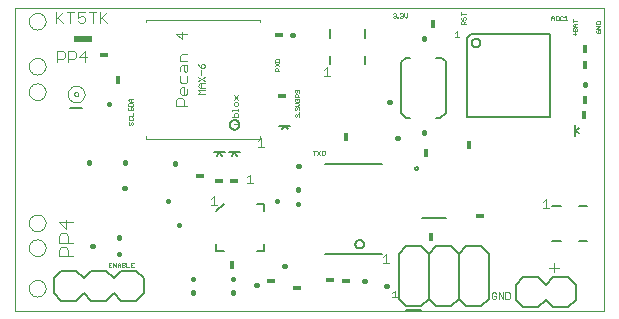
<source format=gto>
G75*
G70*
%OFA0B0*%
%FSLAX24Y24*%
%IPPOS*%
%LPD*%
%AMOC8*
5,1,8,0,0,1.08239X$1,22.5*
%
%ADD10C,0.0000*%
%ADD11C,0.0020*%
%ADD12C,0.0030*%
%ADD13C,0.0040*%
%ADD14C,0.0160*%
%ADD15C,0.0060*%
%ADD16C,0.0039*%
%ADD17C,0.0050*%
%ADD18R,0.0591X0.0236*%
%ADD19R,0.0160X0.0280*%
%ADD20C,0.0080*%
%ADD21R,0.0280X0.0160*%
%ADD22C,0.0010*%
D10*
X000260Y000270D02*
X000260Y010370D01*
X019910Y010370D01*
X019910Y000270D01*
X000260Y000270D01*
X000734Y001020D02*
X000736Y001053D01*
X000742Y001085D01*
X000751Y001116D01*
X000764Y001146D01*
X000781Y001174D01*
X000801Y001200D01*
X000824Y001224D01*
X000849Y001244D01*
X000877Y001262D01*
X000906Y001276D01*
X000937Y001286D01*
X000969Y001293D01*
X001002Y001296D01*
X001035Y001295D01*
X001067Y001290D01*
X001098Y001281D01*
X001129Y001269D01*
X001157Y001253D01*
X001184Y001234D01*
X001208Y001212D01*
X001229Y001187D01*
X001248Y001160D01*
X001263Y001131D01*
X001274Y001101D01*
X001282Y001069D01*
X001286Y001036D01*
X001286Y001004D01*
X001282Y000971D01*
X001274Y000939D01*
X001263Y000909D01*
X001248Y000880D01*
X001229Y000853D01*
X001208Y000828D01*
X001184Y000806D01*
X001157Y000787D01*
X001129Y000771D01*
X001098Y000759D01*
X001067Y000750D01*
X001035Y000745D01*
X001002Y000744D01*
X000969Y000747D01*
X000937Y000754D01*
X000906Y000764D01*
X000877Y000778D01*
X000849Y000796D01*
X000824Y000816D01*
X000801Y000840D01*
X000781Y000866D01*
X000764Y000894D01*
X000751Y000924D01*
X000742Y000955D01*
X000736Y000987D01*
X000734Y001020D01*
X000734Y002370D02*
X000736Y002403D01*
X000742Y002435D01*
X000751Y002466D01*
X000764Y002496D01*
X000781Y002524D01*
X000801Y002550D01*
X000824Y002574D01*
X000849Y002594D01*
X000877Y002612D01*
X000906Y002626D01*
X000937Y002636D01*
X000969Y002643D01*
X001002Y002646D01*
X001035Y002645D01*
X001067Y002640D01*
X001098Y002631D01*
X001129Y002619D01*
X001157Y002603D01*
X001184Y002584D01*
X001208Y002562D01*
X001229Y002537D01*
X001248Y002510D01*
X001263Y002481D01*
X001274Y002451D01*
X001282Y002419D01*
X001286Y002386D01*
X001286Y002354D01*
X001282Y002321D01*
X001274Y002289D01*
X001263Y002259D01*
X001248Y002230D01*
X001229Y002203D01*
X001208Y002178D01*
X001184Y002156D01*
X001157Y002137D01*
X001129Y002121D01*
X001098Y002109D01*
X001067Y002100D01*
X001035Y002095D01*
X001002Y002094D01*
X000969Y002097D01*
X000937Y002104D01*
X000906Y002114D01*
X000877Y002128D01*
X000849Y002146D01*
X000824Y002166D01*
X000801Y002190D01*
X000781Y002216D01*
X000764Y002244D01*
X000751Y002274D01*
X000742Y002305D01*
X000736Y002337D01*
X000734Y002370D01*
X000734Y003200D02*
X000736Y003233D01*
X000742Y003265D01*
X000751Y003296D01*
X000764Y003326D01*
X000781Y003354D01*
X000801Y003380D01*
X000824Y003404D01*
X000849Y003424D01*
X000877Y003442D01*
X000906Y003456D01*
X000937Y003466D01*
X000969Y003473D01*
X001002Y003476D01*
X001035Y003475D01*
X001067Y003470D01*
X001098Y003461D01*
X001129Y003449D01*
X001157Y003433D01*
X001184Y003414D01*
X001208Y003392D01*
X001229Y003367D01*
X001248Y003340D01*
X001263Y003311D01*
X001274Y003281D01*
X001282Y003249D01*
X001286Y003216D01*
X001286Y003184D01*
X001282Y003151D01*
X001274Y003119D01*
X001263Y003089D01*
X001248Y003060D01*
X001229Y003033D01*
X001208Y003008D01*
X001184Y002986D01*
X001157Y002967D01*
X001129Y002951D01*
X001098Y002939D01*
X001067Y002930D01*
X001035Y002925D01*
X001002Y002924D01*
X000969Y002927D01*
X000937Y002934D01*
X000906Y002944D01*
X000877Y002958D01*
X000849Y002976D01*
X000824Y002996D01*
X000801Y003020D01*
X000781Y003046D01*
X000764Y003074D01*
X000751Y003104D01*
X000742Y003135D01*
X000736Y003167D01*
X000734Y003200D01*
X000734Y007570D02*
X000736Y007603D01*
X000742Y007635D01*
X000751Y007666D01*
X000764Y007696D01*
X000781Y007724D01*
X000801Y007750D01*
X000824Y007774D01*
X000849Y007794D01*
X000877Y007812D01*
X000906Y007826D01*
X000937Y007836D01*
X000969Y007843D01*
X001002Y007846D01*
X001035Y007845D01*
X001067Y007840D01*
X001098Y007831D01*
X001129Y007819D01*
X001157Y007803D01*
X001184Y007784D01*
X001208Y007762D01*
X001229Y007737D01*
X001248Y007710D01*
X001263Y007681D01*
X001274Y007651D01*
X001282Y007619D01*
X001286Y007586D01*
X001286Y007554D01*
X001282Y007521D01*
X001274Y007489D01*
X001263Y007459D01*
X001248Y007430D01*
X001229Y007403D01*
X001208Y007378D01*
X001184Y007356D01*
X001157Y007337D01*
X001129Y007321D01*
X001098Y007309D01*
X001067Y007300D01*
X001035Y007295D01*
X001002Y007294D01*
X000969Y007297D01*
X000937Y007304D01*
X000906Y007314D01*
X000877Y007328D01*
X000849Y007346D01*
X000824Y007366D01*
X000801Y007390D01*
X000781Y007416D01*
X000764Y007444D01*
X000751Y007474D01*
X000742Y007505D01*
X000736Y007537D01*
X000734Y007570D01*
X000734Y008420D02*
X000736Y008453D01*
X000742Y008485D01*
X000751Y008516D01*
X000764Y008546D01*
X000781Y008574D01*
X000801Y008600D01*
X000824Y008624D01*
X000849Y008644D01*
X000877Y008662D01*
X000906Y008676D01*
X000937Y008686D01*
X000969Y008693D01*
X001002Y008696D01*
X001035Y008695D01*
X001067Y008690D01*
X001098Y008681D01*
X001129Y008669D01*
X001157Y008653D01*
X001184Y008634D01*
X001208Y008612D01*
X001229Y008587D01*
X001248Y008560D01*
X001263Y008531D01*
X001274Y008501D01*
X001282Y008469D01*
X001286Y008436D01*
X001286Y008404D01*
X001282Y008371D01*
X001274Y008339D01*
X001263Y008309D01*
X001248Y008280D01*
X001229Y008253D01*
X001208Y008228D01*
X001184Y008206D01*
X001157Y008187D01*
X001129Y008171D01*
X001098Y008159D01*
X001067Y008150D01*
X001035Y008145D01*
X001002Y008144D01*
X000969Y008147D01*
X000937Y008154D01*
X000906Y008164D01*
X000877Y008178D01*
X000849Y008196D01*
X000824Y008216D01*
X000801Y008240D01*
X000781Y008266D01*
X000764Y008294D01*
X000751Y008324D01*
X000742Y008355D01*
X000736Y008387D01*
X000734Y008420D01*
X000734Y009920D02*
X000736Y009953D01*
X000742Y009985D01*
X000751Y010016D01*
X000764Y010046D01*
X000781Y010074D01*
X000801Y010100D01*
X000824Y010124D01*
X000849Y010144D01*
X000877Y010162D01*
X000906Y010176D01*
X000937Y010186D01*
X000969Y010193D01*
X001002Y010196D01*
X001035Y010195D01*
X001067Y010190D01*
X001098Y010181D01*
X001129Y010169D01*
X001157Y010153D01*
X001184Y010134D01*
X001208Y010112D01*
X001229Y010087D01*
X001248Y010060D01*
X001263Y010031D01*
X001274Y010001D01*
X001282Y009969D01*
X001286Y009936D01*
X001286Y009904D01*
X001282Y009871D01*
X001274Y009839D01*
X001263Y009809D01*
X001248Y009780D01*
X001229Y009753D01*
X001208Y009728D01*
X001184Y009706D01*
X001157Y009687D01*
X001129Y009671D01*
X001098Y009659D01*
X001067Y009650D01*
X001035Y009645D01*
X001002Y009644D01*
X000969Y009647D01*
X000937Y009654D01*
X000906Y009664D01*
X000877Y009678D01*
X000849Y009696D01*
X000824Y009716D01*
X000801Y009740D01*
X000781Y009766D01*
X000764Y009794D01*
X000751Y009824D01*
X000742Y009855D01*
X000736Y009887D01*
X000734Y009920D01*
D11*
X006368Y008510D02*
X006404Y008436D01*
X006478Y008363D01*
X006478Y008473D01*
X006514Y008510D01*
X006551Y008510D01*
X006588Y008473D01*
X006588Y008399D01*
X006551Y008363D01*
X006478Y008363D01*
X006478Y008289D02*
X006478Y008142D01*
X006588Y008068D02*
X006368Y007921D01*
X006441Y007847D02*
X006588Y007847D01*
X006588Y007921D02*
X006368Y008068D01*
X006441Y007847D02*
X006368Y007773D01*
X006441Y007700D01*
X006588Y007700D01*
X006588Y007626D02*
X006368Y007626D01*
X006441Y007552D01*
X006368Y007479D01*
X006588Y007479D01*
X006478Y007700D02*
X006478Y007847D01*
X007563Y007452D02*
X007710Y007305D01*
X007673Y007231D02*
X007600Y007231D01*
X007563Y007194D01*
X007563Y007121D01*
X007600Y007084D01*
X007673Y007084D01*
X007710Y007121D01*
X007710Y007194D01*
X007673Y007231D01*
X007563Y007305D02*
X007710Y007452D01*
X007710Y007010D02*
X007710Y006937D01*
X007710Y006973D02*
X007490Y006973D01*
X007490Y006937D01*
X007563Y006826D02*
X007600Y006862D01*
X007673Y006862D01*
X007710Y006826D01*
X007710Y006716D01*
X007490Y006716D01*
X007563Y006716D02*
X007563Y006826D01*
X007563Y006641D02*
X007710Y006641D01*
X007710Y006531D01*
X007673Y006495D01*
X007563Y006495D01*
X014925Y009380D02*
X015072Y009380D01*
X014998Y009380D02*
X014998Y009600D01*
X014925Y009527D01*
X004221Y001870D02*
X004128Y001870D01*
X004128Y001730D01*
X004221Y001730D01*
X004174Y001800D02*
X004128Y001800D01*
X004074Y001730D02*
X003980Y001730D01*
X003980Y001870D01*
X003926Y001847D02*
X003926Y001823D01*
X003903Y001800D01*
X003833Y001800D01*
X003779Y001800D02*
X003686Y001800D01*
X003686Y001823D02*
X003686Y001730D01*
X003632Y001730D02*
X003632Y001870D01*
X003686Y001823D02*
X003732Y001870D01*
X003779Y001823D01*
X003779Y001730D01*
X003833Y001730D02*
X003903Y001730D01*
X003926Y001753D01*
X003926Y001777D01*
X003903Y001800D01*
X003926Y001847D02*
X003903Y001870D01*
X003833Y001870D01*
X003833Y001730D01*
X003632Y001730D02*
X003538Y001870D01*
X003538Y001730D01*
X003484Y001730D02*
X003391Y001730D01*
X003391Y001870D01*
X003484Y001870D01*
X003438Y001800D02*
X003391Y001800D01*
X012850Y000867D02*
X012923Y000940D01*
X012923Y000720D01*
X012850Y000720D02*
X012997Y000720D01*
X016170Y000697D02*
X016207Y000660D01*
X016280Y000660D01*
X016317Y000697D01*
X016317Y000770D01*
X016243Y000770D01*
X016170Y000843D02*
X016170Y000697D01*
X016170Y000843D02*
X016207Y000880D01*
X016280Y000880D01*
X016317Y000843D01*
X016391Y000880D02*
X016391Y000660D01*
X016538Y000660D02*
X016538Y000880D01*
X016612Y000880D02*
X016722Y000880D01*
X016759Y000843D01*
X016759Y000697D01*
X016722Y000660D01*
X016612Y000660D01*
X016612Y000880D01*
X016391Y000880D02*
X016538Y000660D01*
D12*
X012734Y001860D02*
X012540Y001860D01*
X012637Y001860D02*
X012637Y002150D01*
X012540Y002054D01*
X008189Y004520D02*
X007995Y004520D01*
X008092Y004520D02*
X008092Y004810D01*
X007995Y004714D01*
X006892Y004090D02*
X006892Y003800D01*
X006795Y003800D02*
X006989Y003800D01*
X006795Y003994D02*
X006892Y004090D01*
X008375Y005740D02*
X008569Y005740D01*
X008472Y005740D02*
X008472Y006030D01*
X008375Y005934D01*
X006013Y007110D02*
X005643Y007110D01*
X005643Y007295D01*
X005705Y007357D01*
X005828Y007357D01*
X005890Y007295D01*
X005890Y007110D01*
X005890Y007478D02*
X005890Y007725D01*
X005828Y007725D01*
X005766Y007663D01*
X005766Y007540D01*
X005828Y007478D01*
X005952Y007478D01*
X006013Y007540D01*
X006013Y007663D01*
X005952Y007847D02*
X005828Y007847D01*
X005766Y007908D01*
X005766Y008093D01*
X005890Y008277D02*
X005952Y008215D01*
X006013Y008277D01*
X006013Y008462D01*
X005828Y008462D01*
X005766Y008400D01*
X005766Y008277D01*
X005890Y008277D02*
X005890Y008462D01*
X006013Y008583D02*
X005766Y008583D01*
X005766Y008768D01*
X005828Y008830D01*
X006013Y008830D01*
X005828Y009320D02*
X005828Y009567D01*
X005643Y009505D02*
X005828Y009320D01*
X006013Y009505D02*
X005643Y009505D01*
X003345Y009855D02*
X003160Y010040D01*
X003098Y009979D02*
X003345Y010225D01*
X003098Y010225D02*
X003098Y009855D01*
X002853Y009855D02*
X002853Y010225D01*
X002730Y010225D02*
X002977Y010225D01*
X002609Y010225D02*
X002362Y010225D01*
X002362Y010040D01*
X002485Y010102D01*
X002547Y010102D01*
X002609Y010040D01*
X002609Y009917D01*
X002547Y009855D01*
X002423Y009855D01*
X002362Y009917D01*
X002117Y009855D02*
X002117Y010225D01*
X002240Y010225D02*
X001993Y010225D01*
X001872Y010225D02*
X001625Y009979D01*
X001687Y010040D02*
X001872Y009855D01*
X001625Y009855D02*
X001625Y010225D01*
X001680Y008920D02*
X001865Y008920D01*
X001927Y008859D01*
X001927Y008735D01*
X001865Y008674D01*
X001680Y008674D01*
X001680Y008550D02*
X001680Y008920D01*
X002048Y008920D02*
X002234Y008920D01*
X002295Y008859D01*
X002295Y008735D01*
X002234Y008674D01*
X002048Y008674D01*
X002417Y008735D02*
X002664Y008735D01*
X002602Y008550D02*
X002602Y008920D01*
X002417Y008735D01*
X002048Y008550D02*
X002048Y008920D01*
X005952Y007847D02*
X006013Y007908D01*
X006013Y008093D01*
X010575Y008100D02*
X010769Y008100D01*
X010672Y008100D02*
X010672Y008390D01*
X010575Y008294D01*
X017860Y003899D02*
X017957Y003995D01*
X017957Y003705D01*
X017860Y003705D02*
X018054Y003705D01*
D13*
X018233Y001854D02*
X018233Y001547D01*
X018080Y001700D02*
X018387Y001700D01*
X002241Y007490D02*
X002243Y007506D01*
X002248Y007521D01*
X002257Y007534D01*
X002269Y007545D01*
X002283Y007553D01*
X002298Y007558D01*
X002314Y007559D01*
X002330Y007556D01*
X002344Y007550D01*
X002357Y007540D01*
X002368Y007528D01*
X002375Y007514D01*
X002379Y007498D01*
X002379Y007482D01*
X002375Y007466D01*
X002368Y007452D01*
X002357Y007440D01*
X002345Y007430D01*
X002330Y007424D01*
X002314Y007421D01*
X002298Y007422D01*
X002283Y007427D01*
X002269Y007435D01*
X002257Y007446D01*
X002248Y007459D01*
X002243Y007474D01*
X002241Y007490D01*
X002034Y007490D02*
X002036Y007523D01*
X002042Y007555D01*
X002051Y007586D01*
X002064Y007616D01*
X002081Y007644D01*
X002101Y007670D01*
X002124Y007694D01*
X002149Y007714D01*
X002177Y007732D01*
X002206Y007746D01*
X002237Y007756D01*
X002269Y007763D01*
X002302Y007766D01*
X002335Y007765D01*
X002367Y007760D01*
X002398Y007751D01*
X002429Y007739D01*
X002457Y007723D01*
X002484Y007704D01*
X002508Y007682D01*
X002529Y007657D01*
X002548Y007630D01*
X002563Y007601D01*
X002574Y007571D01*
X002582Y007539D01*
X002586Y007506D01*
X002586Y007474D01*
X002582Y007441D01*
X002574Y007409D01*
X002563Y007379D01*
X002548Y007350D01*
X002529Y007323D01*
X002508Y007298D01*
X002484Y007276D01*
X002457Y007257D01*
X002429Y007241D01*
X002398Y007229D01*
X002367Y007220D01*
X002335Y007215D01*
X002302Y007214D01*
X002269Y007217D01*
X002237Y007224D01*
X002206Y007234D01*
X002177Y007248D01*
X002149Y007266D01*
X002124Y007286D01*
X002101Y007310D01*
X002081Y007336D01*
X002064Y007364D01*
X002051Y007394D01*
X002042Y007425D01*
X002036Y007457D01*
X002034Y007490D01*
X001958Y003308D02*
X001958Y003001D01*
X001728Y003231D01*
X002188Y003231D01*
X001958Y002847D02*
X001805Y002847D01*
X001728Y002770D01*
X001728Y002540D01*
X002188Y002540D01*
X002035Y002540D02*
X002035Y002770D01*
X001958Y002847D01*
X001958Y002387D02*
X001805Y002387D01*
X001728Y002310D01*
X001728Y002080D01*
X002188Y002080D01*
X002035Y002080D02*
X002035Y002310D01*
X001958Y002387D01*
D14*
X002833Y002435D02*
X002857Y002435D01*
X003725Y002688D02*
X003725Y002712D01*
X003725Y002172D02*
X003725Y002148D01*
X005723Y003115D02*
X005747Y003115D01*
X005360Y003913D02*
X005360Y003937D01*
X003937Y004360D02*
X003913Y004360D01*
X003945Y005203D02*
X003945Y005227D01*
X002730Y005227D02*
X002730Y005203D01*
X005615Y005197D02*
X005615Y005173D01*
X008993Y003915D02*
X009017Y003915D01*
X009705Y003837D02*
X009705Y003813D01*
X009705Y004303D02*
X009705Y004327D01*
X009737Y005105D02*
X009713Y005105D01*
X013018Y006035D02*
X013042Y006035D01*
X013910Y006208D02*
X013910Y006232D01*
X012772Y007225D02*
X012748Y007225D01*
X013905Y009338D02*
X013905Y009362D01*
X009522Y009470D02*
X009498Y009470D01*
X003417Y007175D02*
X003393Y007175D01*
X009243Y001775D02*
X009267Y001775D01*
X008342Y001125D02*
X008318Y001125D01*
X007535Y001318D02*
X007535Y001342D01*
X007535Y000902D02*
X007535Y000878D01*
X006210Y000902D02*
X006210Y000878D01*
X006210Y001318D02*
X006210Y001342D01*
X011898Y001270D02*
X011922Y001270D01*
X012638Y001085D02*
X012662Y001085D01*
X019260Y007788D02*
X019260Y007812D01*
D15*
X018090Y006740D02*
X015330Y006740D01*
X015330Y009360D01*
X015470Y009500D01*
X018090Y009500D01*
X018090Y006740D01*
X015489Y009200D02*
X015491Y009223D01*
X015497Y009246D01*
X015506Y009267D01*
X015519Y009287D01*
X015535Y009304D01*
X015553Y009318D01*
X015573Y009329D01*
X015595Y009337D01*
X015618Y009341D01*
X015642Y009341D01*
X015665Y009337D01*
X015687Y009329D01*
X015707Y009318D01*
X015725Y009304D01*
X015741Y009287D01*
X015754Y009267D01*
X015763Y009246D01*
X015769Y009223D01*
X015771Y009200D01*
X015769Y009177D01*
X015763Y009154D01*
X015754Y009133D01*
X015741Y009113D01*
X015725Y009096D01*
X015707Y009082D01*
X015687Y009071D01*
X015665Y009063D01*
X015642Y009059D01*
X015618Y009059D01*
X015595Y009063D01*
X015573Y009071D01*
X015553Y009082D01*
X015535Y009096D01*
X015519Y009113D01*
X015506Y009133D01*
X015497Y009154D01*
X015491Y009177D01*
X015489Y009200D01*
D16*
X008448Y009910D02*
X008448Y009969D01*
X004629Y009969D01*
X004629Y009910D01*
X004629Y006091D02*
X004629Y005992D01*
X008448Y005992D01*
X008448Y006091D01*
D17*
X007423Y006465D02*
X007425Y006490D01*
X007431Y006514D01*
X007440Y006537D01*
X007453Y006558D01*
X007470Y006577D01*
X007489Y006594D01*
X007510Y006607D01*
X007533Y006616D01*
X007557Y006622D01*
X007582Y006624D01*
X007607Y006622D01*
X007631Y006616D01*
X007654Y006607D01*
X007675Y006594D01*
X007694Y006577D01*
X007711Y006558D01*
X007724Y006537D01*
X007733Y006514D01*
X007739Y006490D01*
X007741Y006465D01*
X007739Y006440D01*
X007733Y006416D01*
X007724Y006393D01*
X007711Y006372D01*
X007694Y006353D01*
X007675Y006336D01*
X007654Y006323D01*
X007631Y006314D01*
X007607Y006308D01*
X007582Y006306D01*
X007557Y006308D01*
X007533Y006314D01*
X007510Y006323D01*
X007489Y006336D01*
X007470Y006353D01*
X007453Y006372D01*
X007440Y006393D01*
X007431Y006416D01*
X007425Y006440D01*
X007423Y006465D01*
X010615Y005166D02*
X012505Y005166D01*
X013608Y005010D02*
X013610Y005023D01*
X013615Y005035D01*
X013624Y005045D01*
X013635Y005052D01*
X013647Y005056D01*
X013661Y005056D01*
X013673Y005052D01*
X013684Y005045D01*
X013693Y005035D01*
X013698Y005023D01*
X013700Y005010D01*
X013698Y004997D01*
X013693Y004985D01*
X013684Y004975D01*
X013673Y004968D01*
X013661Y004964D01*
X013647Y004964D01*
X013635Y004968D01*
X013624Y004975D01*
X013615Y004985D01*
X013610Y004997D01*
X013608Y005010D01*
X013851Y003373D02*
X014639Y003373D01*
X012505Y002174D02*
X010615Y002174D01*
X011615Y002489D02*
X011617Y002512D01*
X011623Y002535D01*
X011632Y002557D01*
X011645Y002576D01*
X011661Y002593D01*
X011679Y002608D01*
X011700Y002619D01*
X011722Y002627D01*
X011745Y002631D01*
X011769Y002631D01*
X011792Y002627D01*
X011814Y002619D01*
X011835Y002608D01*
X011853Y002593D01*
X011869Y002576D01*
X011882Y002557D01*
X011891Y002535D01*
X011897Y002512D01*
X011899Y002489D01*
X011897Y002466D01*
X011891Y002443D01*
X011882Y002421D01*
X011869Y002402D01*
X011853Y002385D01*
X011835Y002370D01*
X011814Y002359D01*
X011792Y002351D01*
X011769Y002347D01*
X011745Y002347D01*
X011722Y002351D01*
X011700Y002359D01*
X011679Y002370D01*
X011661Y002385D01*
X011645Y002402D01*
X011632Y002421D01*
X011623Y002443D01*
X011617Y002466D01*
X011615Y002489D01*
X008557Y002504D02*
X008557Y002268D01*
X008321Y002268D01*
X007219Y002268D02*
X006983Y002268D01*
X006983Y002504D01*
X006983Y003586D02*
X007239Y003842D01*
X008321Y003842D02*
X008557Y003842D01*
X008557Y003606D01*
X013133Y006853D02*
X013290Y006695D01*
X013448Y006695D01*
X013133Y006853D02*
X013133Y008546D01*
X013290Y008703D01*
X013448Y008703D01*
X014314Y008703D02*
X014471Y008703D01*
X014629Y008585D01*
X014629Y006853D01*
X014432Y006695D01*
X014314Y006695D01*
D18*
X002528Y009332D03*
D19*
X003695Y007970D03*
X011310Y006070D03*
X013955Y005525D03*
X015390Y005800D03*
X019250Y006780D03*
X019255Y007285D03*
X019260Y008470D03*
X019265Y008985D03*
X014210Y009830D03*
X014150Y002720D03*
X007505Y001795D03*
D20*
X004560Y001360D02*
X004560Y000860D01*
X004310Y000610D01*
X003810Y000610D01*
X003560Y000860D01*
X003310Y000610D01*
X002810Y000610D01*
X002560Y000860D01*
X002310Y000610D01*
X001810Y000610D01*
X001560Y000860D01*
X001560Y001360D01*
X001810Y001610D01*
X002310Y001610D01*
X002560Y001360D01*
X002810Y001610D01*
X003310Y001610D01*
X003560Y001360D01*
X003810Y001610D01*
X004310Y001610D01*
X004560Y001360D01*
X006989Y005435D02*
X007065Y005551D01*
X007075Y005557D02*
X007167Y005435D01*
X007256Y005557D02*
X007075Y005557D01*
X006894Y005557D01*
X007394Y005562D02*
X007575Y005562D01*
X007667Y005440D01*
X007565Y005556D02*
X007489Y005440D01*
X007575Y005562D02*
X007756Y005562D01*
X009179Y006320D02*
X009255Y006436D01*
X009265Y006442D02*
X009357Y006320D01*
X009446Y006442D02*
X009265Y006442D01*
X009084Y006442D01*
X010779Y008489D02*
X010779Y008776D01*
X010779Y009364D02*
X010779Y009651D01*
X011941Y009651D02*
X011941Y009364D01*
X011941Y008776D02*
X011941Y008489D01*
X018943Y006451D02*
X018943Y006270D01*
X019065Y006362D01*
X018943Y006270D02*
X018943Y006089D01*
X019065Y006184D02*
X018949Y006260D01*
X019054Y003751D02*
X019341Y003751D01*
X018466Y003751D02*
X018179Y003751D01*
X018179Y002589D02*
X018466Y002589D01*
X019054Y002589D02*
X019341Y002589D01*
X018715Y001380D02*
X018215Y001380D01*
X017965Y001130D01*
X017715Y001380D01*
X017215Y001380D01*
X016965Y001130D01*
X016965Y000630D01*
X017215Y000380D01*
X017715Y000380D01*
X017965Y000630D01*
X018215Y000380D01*
X018715Y000380D01*
X018965Y000630D01*
X018965Y001130D01*
X018715Y001380D01*
X016060Y000670D02*
X016060Y002170D01*
X015810Y002420D01*
X015310Y002420D01*
X015060Y002170D01*
X015060Y000670D01*
X015310Y000420D01*
X015810Y000420D01*
X016060Y000670D01*
X015060Y000670D02*
X014810Y000420D01*
X014310Y000420D01*
X014060Y000670D01*
X014060Y002170D01*
X014310Y002420D01*
X014810Y002420D01*
X015060Y002170D01*
X014060Y002170D02*
X013810Y002420D01*
X013310Y002420D01*
X013060Y002170D01*
X013060Y000670D01*
X013310Y000420D01*
X013810Y000420D01*
X014060Y000670D01*
X013810Y000288D02*
X013310Y000288D01*
X002507Y007018D02*
X002113Y007018D01*
D21*
X003245Y008800D03*
X009060Y009470D03*
X009160Y007420D03*
X006445Y004775D03*
X007075Y004585D03*
X007575Y004580D03*
X010775Y001290D03*
X011310Y001270D03*
X009675Y001015D03*
X008800Y001260D03*
X015755Y003415D03*
D22*
X010587Y005483D02*
X010587Y005583D01*
X010562Y005608D01*
X010487Y005608D01*
X010487Y005458D01*
X010562Y005458D01*
X010587Y005483D01*
X010439Y005458D02*
X010339Y005608D01*
X010292Y005608D02*
X010192Y005608D01*
X010242Y005608D02*
X010242Y005458D01*
X010339Y005458D02*
X010439Y005608D01*
X009722Y006727D02*
X009747Y006752D01*
X009747Y006802D01*
X009722Y006827D01*
X009697Y006827D01*
X009672Y006802D01*
X009672Y006777D01*
X009672Y006802D02*
X009647Y006827D01*
X009622Y006827D01*
X009597Y006802D01*
X009597Y006752D01*
X009622Y006727D01*
X009722Y006874D02*
X009722Y006899D01*
X009747Y006899D01*
X009747Y006874D01*
X009722Y006874D01*
X009722Y006948D02*
X009747Y006973D01*
X009747Y007023D01*
X009722Y007048D01*
X009697Y007048D01*
X009672Y007023D01*
X009672Y006998D01*
X009672Y007023D02*
X009647Y007048D01*
X009622Y007048D01*
X009597Y007023D01*
X009597Y006973D01*
X009622Y006948D01*
X009597Y007095D02*
X009697Y007095D01*
X009747Y007145D01*
X009697Y007195D01*
X009597Y007195D01*
X009622Y007243D02*
X009722Y007243D01*
X009747Y007268D01*
X009747Y007318D01*
X009722Y007343D01*
X009672Y007343D01*
X009672Y007293D01*
X009622Y007343D02*
X009597Y007318D01*
X009597Y007268D01*
X009622Y007243D01*
X009597Y007390D02*
X009597Y007465D01*
X009622Y007490D01*
X009672Y007490D01*
X009697Y007465D01*
X009697Y007390D01*
X009747Y007390D02*
X009597Y007390D01*
X009622Y007537D02*
X009647Y007537D01*
X009672Y007562D01*
X009672Y007612D01*
X009697Y007637D01*
X009722Y007637D01*
X009747Y007612D01*
X009747Y007562D01*
X009722Y007537D01*
X009622Y007537D02*
X009597Y007562D01*
X009597Y007612D01*
X009622Y007637D01*
X009082Y008267D02*
X008932Y008267D01*
X008932Y008342D01*
X008957Y008367D01*
X009007Y008367D01*
X009032Y008342D01*
X009032Y008267D01*
X009032Y008317D02*
X009082Y008367D01*
X009082Y008414D02*
X008932Y008514D01*
X008932Y008562D02*
X008932Y008637D01*
X008957Y008662D01*
X009057Y008662D01*
X009082Y008637D01*
X009082Y008562D01*
X008932Y008562D01*
X008932Y008414D02*
X009082Y008514D01*
X012867Y010058D02*
X012892Y010032D01*
X012943Y010032D01*
X012968Y010058D01*
X012968Y010083D01*
X012943Y010108D01*
X012918Y010108D01*
X012943Y010108D02*
X012968Y010133D01*
X012968Y010158D01*
X012943Y010183D01*
X012892Y010183D01*
X012867Y010158D01*
X013015Y010058D02*
X013015Y010032D01*
X013040Y010032D01*
X013040Y010058D01*
X013015Y010058D01*
X013088Y010058D02*
X013113Y010032D01*
X013164Y010032D01*
X013189Y010058D01*
X013189Y010083D01*
X013164Y010108D01*
X013139Y010108D01*
X013164Y010108D02*
X013189Y010133D01*
X013189Y010158D01*
X013164Y010183D01*
X013113Y010183D01*
X013088Y010158D01*
X013236Y010183D02*
X013236Y010083D01*
X013286Y010032D01*
X013336Y010083D01*
X013336Y010183D01*
X015137Y010166D02*
X015288Y010166D01*
X015262Y010069D02*
X015288Y010044D01*
X015288Y009993D01*
X015262Y009968D01*
X015288Y009921D02*
X015237Y009871D01*
X015237Y009896D02*
X015237Y009821D01*
X015288Y009821D02*
X015137Y009821D01*
X015137Y009896D01*
X015162Y009921D01*
X015212Y009921D01*
X015237Y009896D01*
X015187Y009968D02*
X015212Y009993D01*
X015212Y010044D01*
X015237Y010069D01*
X015262Y010069D01*
X015162Y010069D02*
X015137Y010044D01*
X015137Y009993D01*
X015162Y009968D01*
X015187Y009968D01*
X015137Y010116D02*
X015137Y010216D01*
X018142Y010053D02*
X018192Y010103D01*
X018242Y010053D01*
X018242Y009953D01*
X018289Y009953D02*
X018364Y009953D01*
X018389Y009978D01*
X018389Y010078D01*
X018364Y010103D01*
X018289Y010103D01*
X018289Y009953D01*
X018242Y010028D02*
X018142Y010028D01*
X018142Y010053D02*
X018142Y009953D01*
X018437Y009978D02*
X018437Y010078D01*
X018462Y010103D01*
X018512Y010103D01*
X018537Y010078D01*
X018584Y010053D02*
X018634Y010103D01*
X018634Y009953D01*
X018584Y009953D02*
X018684Y009953D01*
X018537Y009978D02*
X018512Y009953D01*
X018462Y009953D01*
X018437Y009978D01*
X018857Y009989D02*
X018857Y009889D01*
X018857Y009939D02*
X019007Y009939D01*
X019007Y009842D02*
X018907Y009842D01*
X018857Y009792D01*
X018907Y009742D01*
X019007Y009742D01*
X018982Y009694D02*
X019007Y009669D01*
X019007Y009594D01*
X018857Y009594D01*
X018857Y009669D01*
X018882Y009694D01*
X018907Y009694D01*
X018932Y009669D01*
X018932Y009594D01*
X018932Y009547D02*
X018932Y009447D01*
X018882Y009497D02*
X018982Y009497D01*
X018932Y009669D02*
X018957Y009694D01*
X018982Y009694D01*
X018932Y009742D02*
X018932Y009842D01*
X019632Y009822D02*
X019632Y009897D01*
X019657Y009922D01*
X019757Y009922D01*
X019782Y009897D01*
X019782Y009822D01*
X019632Y009822D01*
X019632Y009774D02*
X019782Y009774D01*
X019632Y009674D01*
X019782Y009674D01*
X019757Y009627D02*
X019707Y009627D01*
X019707Y009577D01*
X019657Y009627D02*
X019632Y009602D01*
X019632Y009552D01*
X019657Y009527D01*
X019757Y009527D01*
X019782Y009552D01*
X019782Y009602D01*
X019757Y009627D01*
X004198Y007341D02*
X004097Y007341D01*
X004047Y007291D01*
X004097Y007241D01*
X004198Y007241D01*
X004172Y007194D02*
X004072Y007194D01*
X004047Y007169D01*
X004047Y007093D01*
X004198Y007093D01*
X004198Y007169D01*
X004172Y007194D01*
X004122Y007241D02*
X004122Y007341D01*
X004147Y007046D02*
X004172Y007046D01*
X004198Y007021D01*
X004198Y006971D01*
X004172Y006946D01*
X004122Y006971D02*
X004097Y006946D01*
X004072Y006946D01*
X004047Y006971D01*
X004047Y007021D01*
X004072Y007046D01*
X004122Y007021D02*
X004147Y007046D01*
X004122Y007021D02*
X004122Y006971D01*
X004207Y006862D02*
X004207Y006762D01*
X004057Y006762D01*
X004082Y006714D02*
X004057Y006689D01*
X004057Y006639D01*
X004082Y006614D01*
X004182Y006614D01*
X004207Y006639D01*
X004207Y006689D01*
X004182Y006714D01*
X004182Y006567D02*
X004207Y006542D01*
X004207Y006492D01*
X004182Y006467D01*
X004132Y006492D02*
X004132Y006542D01*
X004157Y006567D01*
X004182Y006567D01*
X004132Y006492D02*
X004107Y006467D01*
X004082Y006467D01*
X004057Y006492D01*
X004057Y006542D01*
X004082Y006567D01*
M02*

</source>
